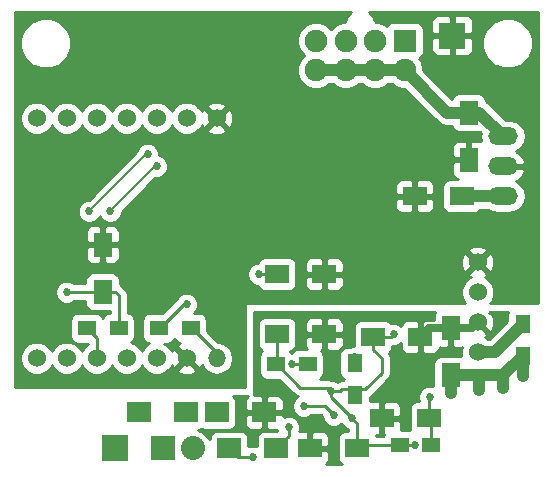
<source format=gbl>
G04 #@! TF.GenerationSoftware,KiCad,Pcbnew,(2016-12-18 revision 3ffa37c)-makepkg*
G04 #@! TF.CreationDate,2016-12-23T23:11:33-05:00*
G04 #@! TF.ProjectId,Energy_Meter,456E657267795F4D657465722E6B6963,rev?*
G04 #@! TF.FileFunction,Copper,L2,Bot,Signal*
G04 #@! TF.FilePolarity,Positive*
%FSLAX46Y46*%
G04 Gerber Fmt 4.6, Leading zero omitted, Abs format (unit mm)*
G04 Created by KiCad (PCBNEW (2016-12-18 revision 3ffa37c)-makepkg) date 12/23/16 23:11:33*
%MOMM*%
%LPD*%
G01*
G04 APERTURE LIST*
%ADD10C,0.100000*%
%ADD11R,2.235200X2.235200*%
%ADD12R,1.900000X1.900000*%
%ADD13C,1.900000*%
%ADD14R,2.000000X1.600000*%
%ADD15R,1.600000X2.000000*%
%ADD16R,2.032000X2.032000*%
%ADD17O,2.032000X2.032000*%
%ADD18R,1.500000X1.300000*%
%ADD19R,2.000000X1.700000*%
%ADD20R,1.300000X1.500000*%
%ADD21C,1.524000*%
%ADD22O,2.499360X1.501140*%
%ADD23O,1.524000X1.524000*%
%ADD24C,0.685800*%
%ADD25C,0.250000*%
%ADD26C,0.645160*%
%ADD27C,1.000000*%
%ADD28C,0.152400*%
%ADD29C,0.254000*%
G04 APERTURE END LIST*
D10*
D11*
X193167000Y-88519000D03*
D12*
X189150000Y-88940000D03*
D13*
X186650000Y-88940000D03*
X184150000Y-88940000D03*
X181650000Y-88940000D03*
X189150000Y-91440000D03*
X186650000Y-91440000D03*
X184150000Y-91440000D03*
X181650000Y-91440000D03*
D14*
X191230000Y-120904000D03*
X187230000Y-120904000D03*
X181134000Y-123444000D03*
X185134000Y-123444000D03*
D15*
X193040000Y-117284000D03*
X193040000Y-113284000D03*
D14*
X186468000Y-114046000D03*
X190468000Y-114046000D03*
X178340000Y-113792000D03*
X182340000Y-113792000D03*
X178340000Y-108712000D03*
X182340000Y-108712000D03*
D15*
X163576000Y-106204000D03*
X163576000Y-110204000D03*
X194564000Y-95028000D03*
X194564000Y-99028000D03*
D14*
X193992000Y-102108000D03*
X189992000Y-102108000D03*
D16*
X168656000Y-123444000D03*
D17*
X171196000Y-123444000D03*
D11*
X164592000Y-123444000D03*
D18*
X191422000Y-123190000D03*
X188722000Y-123190000D03*
D19*
X178276000Y-123444000D03*
X174276000Y-123444000D03*
D18*
X178228000Y-116332000D03*
X180928000Y-116332000D03*
D20*
X184912000Y-118952000D03*
X184912000Y-116252000D03*
D19*
X166656000Y-120396000D03*
X170656000Y-120396000D03*
X173260000Y-120396000D03*
X177260000Y-120396000D03*
D18*
X164926000Y-113284000D03*
X162226000Y-113284000D03*
X171022000Y-113284000D03*
X168322000Y-113284000D03*
D21*
X195326000Y-107696000D03*
X195326000Y-110236000D03*
X195326000Y-112776000D03*
X195326000Y-115316000D03*
D22*
X197485000Y-99568000D03*
X197485000Y-97028000D03*
X197485000Y-102108000D03*
D21*
X157988000Y-95504000D03*
X160528000Y-95504000D03*
X163068000Y-95504000D03*
X165608000Y-95504000D03*
X168148000Y-95504000D03*
X170688000Y-95504000D03*
X173228000Y-95504000D03*
D23*
X173228000Y-115824000D03*
D21*
X170688000Y-115824000D03*
X168148000Y-115824000D03*
X165608000Y-115824000D03*
X163068000Y-115824000D03*
X160528000Y-115824000D03*
X157988000Y-115824000D03*
D20*
X199136000Y-115650000D03*
X199136000Y-112950000D03*
D24*
X191262000Y-119126000D03*
X184404000Y-113792000D03*
X181134000Y-123444000D03*
X188468000Y-115062000D03*
X176276000Y-122682000D03*
X197485000Y-118364000D03*
X195453000Y-118491000D03*
X193040000Y-118745000D03*
X199136000Y-117348000D03*
X188208026Y-113807046D03*
X184658000Y-120904000D03*
X189992000Y-123190000D03*
X182880000Y-118618000D03*
X176784000Y-108712000D03*
X160528000Y-110236000D03*
X182372000Y-110236000D03*
X197104000Y-105156000D03*
X157480000Y-105156000D03*
X167386000Y-98552000D03*
X162433000Y-103378000D03*
X168148000Y-99568000D03*
X164211000Y-103378000D03*
X176276000Y-124206000D03*
X179324000Y-121666000D03*
X179578000Y-116332000D03*
X184912000Y-115744000D03*
X166656000Y-120396000D03*
X183134000Y-120650000D03*
X180594000Y-119888000D03*
X170656000Y-120396000D03*
X173260000Y-120396000D03*
X170688000Y-111252000D03*
D25*
X191230000Y-120904000D02*
X191230000Y-119158000D01*
X191230000Y-119158000D02*
X191262000Y-119126000D01*
X191422000Y-123190000D02*
X191422000Y-121096000D01*
X191422000Y-121096000D02*
X191230000Y-120904000D01*
D26*
X193040000Y-113284000D02*
X191230000Y-113284000D01*
X191230000Y-113284000D02*
X190468000Y-114046000D01*
X193040000Y-113284000D02*
X194818000Y-113284000D01*
X194818000Y-113284000D02*
X195326000Y-112776000D01*
D25*
X171196000Y-123444000D02*
X171450000Y-123444000D01*
X182372000Y-112268000D02*
X182372000Y-113760000D01*
X182372000Y-113760000D02*
X182340000Y-113792000D01*
D27*
X197502000Y-117284000D02*
X197502000Y-118347000D01*
X197502000Y-118347000D02*
X197485000Y-118364000D01*
X195453000Y-117284000D02*
X193040000Y-117284000D01*
X196024000Y-117284000D02*
X195453000Y-117284000D01*
X195453000Y-117284000D02*
X195453000Y-118491000D01*
X193040000Y-117284000D02*
X193040000Y-118745000D01*
X199136000Y-115650000D02*
X199136000Y-117348000D01*
X199136000Y-115650000D02*
X197502000Y-117284000D01*
X197502000Y-117284000D02*
X196024000Y-117284000D01*
D25*
X182880000Y-118618000D02*
X182580001Y-118318001D01*
X182580001Y-118318001D02*
X180314001Y-118318001D01*
X180314001Y-118318001D02*
X178328000Y-116332000D01*
X178328000Y-116332000D02*
X178228000Y-116332000D01*
X178340000Y-113792000D02*
X178340000Y-116220000D01*
X178340000Y-116220000D02*
X178228000Y-116332000D01*
X183642000Y-118618000D02*
X183816000Y-118444000D01*
X183816000Y-118444000D02*
X184912000Y-118444000D01*
X187198000Y-115826000D02*
X187198000Y-117058000D01*
X187198000Y-117058000D02*
X185812000Y-118444000D01*
X185812000Y-118444000D02*
X184912000Y-118444000D01*
X186468000Y-114046000D02*
X186468000Y-115096000D01*
X186468000Y-115096000D02*
X187198000Y-115826000D01*
X187969072Y-114046000D02*
X188208026Y-113807046D01*
X186468000Y-114046000D02*
X187969072Y-114046000D01*
X188722000Y-123190000D02*
X185388000Y-123190000D01*
X185388000Y-123190000D02*
X185134000Y-123444000D01*
X184658000Y-120904000D02*
X182880000Y-119126000D01*
X182880000Y-119126000D02*
X182880000Y-118618000D01*
X184658000Y-120904000D02*
X185134000Y-121380000D01*
X185134000Y-121380000D02*
X185134000Y-123444000D01*
X188722000Y-123190000D02*
X189992000Y-123190000D01*
X183642000Y-118618000D02*
X182880000Y-118618000D01*
X184912000Y-118344000D02*
X184912000Y-118444000D01*
X177900000Y-116332000D02*
X177800000Y-116332000D01*
X177800000Y-114332000D02*
X178340000Y-113792000D01*
X178308000Y-113760000D02*
X178340000Y-113792000D01*
X171022000Y-113284000D02*
X171122000Y-113284000D01*
X171122000Y-113284000D02*
X173228000Y-115390000D01*
X173228000Y-115390000D02*
X173228000Y-115824000D01*
X164926000Y-113284000D02*
X164926000Y-110504000D01*
X164926000Y-110504000D02*
X164626000Y-110204000D01*
D27*
X193992000Y-102108000D02*
X197485000Y-102108000D01*
D25*
X164626000Y-110204000D02*
X163576000Y-110204000D01*
X162116000Y-110204000D02*
X163576000Y-110204000D01*
X176784000Y-108712000D02*
X178340000Y-108712000D01*
X162084000Y-110236000D02*
X162116000Y-110204000D01*
X160528000Y-110236000D02*
X162084000Y-110236000D01*
X182372000Y-110236000D02*
X182372000Y-108744000D01*
X182372000Y-108744000D02*
X182340000Y-108712000D01*
D27*
X194564000Y-95028000D02*
X192738000Y-95028000D01*
X192738000Y-95028000D02*
X189150000Y-91440000D01*
X186650000Y-91440000D02*
X189150000Y-91440000D01*
X184150000Y-91440000D02*
X186650000Y-91440000D01*
X181650000Y-91440000D02*
X184150000Y-91440000D01*
X181610000Y-91480000D02*
X181650000Y-91440000D01*
X194564000Y-95028000D02*
X195485000Y-95028000D01*
X195485000Y-95028000D02*
X197485000Y-97028000D01*
X194564000Y-94828000D02*
X194564000Y-95028000D01*
D28*
X162433000Y-103378000D02*
X167259000Y-98552000D01*
X167259000Y-98552000D02*
X167386000Y-98552000D01*
X164211000Y-103378000D02*
X168021000Y-99568000D01*
X168021000Y-99568000D02*
X168148000Y-99568000D01*
D27*
X195326000Y-115316000D02*
X196770000Y-115316000D01*
X196770000Y-115316000D02*
X199136000Y-112950000D01*
D25*
X176276000Y-124206000D02*
X175038000Y-124206000D01*
X175038000Y-124206000D02*
X174276000Y-123444000D01*
X179324000Y-121666000D02*
X179324000Y-122396000D01*
X179324000Y-122396000D02*
X178276000Y-123444000D01*
X178276000Y-122714000D02*
X178276000Y-123444000D01*
X179578000Y-116332000D02*
X179832000Y-116332000D01*
X180500000Y-116332000D02*
X179832000Y-116332000D01*
X182372000Y-119888000D02*
X183134000Y-120650000D01*
X180594000Y-119888000D02*
X182372000Y-119888000D01*
X163068000Y-115824000D02*
X163068000Y-114126000D01*
X163068000Y-114126000D02*
X162226000Y-113284000D01*
X170454000Y-111252000D02*
X170688000Y-111252000D01*
X168322000Y-113284000D02*
X168422000Y-113284000D01*
X168422000Y-113284000D02*
X170454000Y-111252000D01*
D29*
G36*
X184311265Y-86871155D02*
X184115223Y-87343276D01*
X184115213Y-87354969D01*
X183836107Y-87354725D01*
X183253343Y-87595519D01*
X182899774Y-87948471D01*
X182549003Y-87597086D01*
X181966659Y-87355276D01*
X181336107Y-87354725D01*
X180753343Y-87595519D01*
X180307086Y-88040997D01*
X180065276Y-88623341D01*
X180064725Y-89253893D01*
X180305519Y-89836657D01*
X180658471Y-90190226D01*
X180307086Y-90540997D01*
X180065276Y-91123341D01*
X180064725Y-91753893D01*
X180305519Y-92336657D01*
X180750997Y-92782914D01*
X181333341Y-93024724D01*
X181963893Y-93025275D01*
X182546657Y-92784481D01*
X182756504Y-92575000D01*
X183043446Y-92575000D01*
X183250997Y-92782914D01*
X183833341Y-93024724D01*
X184463893Y-93025275D01*
X185046657Y-92784481D01*
X185256504Y-92575000D01*
X185543446Y-92575000D01*
X185750997Y-92782914D01*
X186333341Y-93024724D01*
X186963893Y-93025275D01*
X187546657Y-92784481D01*
X187756504Y-92575000D01*
X188043446Y-92575000D01*
X188250997Y-92782914D01*
X188833341Y-93024724D01*
X189129851Y-93024983D01*
X191935434Y-95830566D01*
X192303654Y-96076603D01*
X192738000Y-96163000D01*
X193143413Y-96163000D01*
X193165843Y-96275765D01*
X193306191Y-96485809D01*
X193516235Y-96626157D01*
X193764000Y-96675440D01*
X195364000Y-96675440D01*
X195500214Y-96648346D01*
X195615903Y-96764035D01*
X195563397Y-97028000D01*
X195649081Y-97458765D01*
X195490310Y-97393000D01*
X194849750Y-97393000D01*
X194691000Y-97551750D01*
X194691000Y-98901000D01*
X194711000Y-98901000D01*
X194711000Y-99155000D01*
X194691000Y-99155000D01*
X194691000Y-99175000D01*
X194437000Y-99175000D01*
X194437000Y-99155000D01*
X193287750Y-99155000D01*
X193129000Y-99313750D01*
X193129000Y-100154309D01*
X193225673Y-100387698D01*
X193404301Y-100566327D01*
X193631799Y-100660560D01*
X192992000Y-100660560D01*
X192744235Y-100709843D01*
X192534191Y-100850191D01*
X192393843Y-101060235D01*
X192344560Y-101308000D01*
X192344560Y-102908000D01*
X192393843Y-103155765D01*
X192534191Y-103365809D01*
X192744235Y-103506157D01*
X192992000Y-103555440D01*
X194992000Y-103555440D01*
X195239765Y-103506157D01*
X195449809Y-103365809D01*
X195531868Y-103243000D01*
X196201575Y-103243000D01*
X196418732Y-103388100D01*
X196948967Y-103493570D01*
X198021033Y-103493570D01*
X198551268Y-103388100D01*
X199000779Y-103087746D01*
X199301133Y-102638235D01*
X199406603Y-102108000D01*
X199301133Y-101577765D01*
X199000779Y-101128254D01*
X198551268Y-100827900D01*
X198541968Y-100826050D01*
X198631677Y-100799499D01*
X199053658Y-100457944D01*
X199312810Y-99980903D01*
X199326993Y-99909275D01*
X199204339Y-99695000D01*
X197612000Y-99695000D01*
X197612000Y-99715000D01*
X197358000Y-99715000D01*
X197358000Y-99695000D01*
X197338000Y-99695000D01*
X197338000Y-99441000D01*
X197358000Y-99441000D01*
X197358000Y-99421000D01*
X197612000Y-99421000D01*
X197612000Y-99441000D01*
X199204339Y-99441000D01*
X199326993Y-99226725D01*
X199312810Y-99155097D01*
X199053658Y-98678056D01*
X198631677Y-98336501D01*
X198541968Y-98309950D01*
X198551268Y-98308100D01*
X199000779Y-98007746D01*
X199301133Y-97558235D01*
X199406603Y-97028000D01*
X199301133Y-96497765D01*
X199000779Y-96048254D01*
X198551268Y-95747900D01*
X198021033Y-95642430D01*
X197704562Y-95642430D01*
X196287566Y-94225434D01*
X196133721Y-94122638D01*
X196011440Y-94040932D01*
X196011440Y-94028000D01*
X195962157Y-93780235D01*
X195821809Y-93570191D01*
X195611765Y-93429843D01*
X195364000Y-93380560D01*
X193764000Y-93380560D01*
X193516235Y-93429843D01*
X193306191Y-93570191D01*
X193165843Y-93780235D01*
X193154150Y-93839018D01*
X190735018Y-91419886D01*
X190735275Y-91126107D01*
X190494481Y-90543343D01*
X190402729Y-90451431D01*
X190557809Y-90347809D01*
X190698157Y-90137765D01*
X190747440Y-89890000D01*
X190747440Y-88804750D01*
X191414400Y-88804750D01*
X191414400Y-89762910D01*
X191511073Y-89996299D01*
X191689702Y-90174927D01*
X191923091Y-90271600D01*
X192881250Y-90271600D01*
X193040000Y-90112850D01*
X193040000Y-88646000D01*
X193294000Y-88646000D01*
X193294000Y-90112850D01*
X193452750Y-90271600D01*
X194410909Y-90271600D01*
X194644298Y-90174927D01*
X194822927Y-89996299D01*
X194919600Y-89762910D01*
X194919600Y-89576815D01*
X195730630Y-89576815D01*
X196054980Y-90361800D01*
X196655041Y-90962909D01*
X197439459Y-91288628D01*
X198288815Y-91289370D01*
X199073800Y-90965020D01*
X199674909Y-90364959D01*
X200000628Y-89580541D01*
X200001370Y-88731185D01*
X199677020Y-87946200D01*
X199076959Y-87345091D01*
X198292541Y-87019372D01*
X197443185Y-87018630D01*
X196658200Y-87342980D01*
X196057091Y-87943041D01*
X195731372Y-88727459D01*
X195730630Y-89576815D01*
X194919600Y-89576815D01*
X194919600Y-88804750D01*
X194760850Y-88646000D01*
X193294000Y-88646000D01*
X193040000Y-88646000D01*
X191573150Y-88646000D01*
X191414400Y-88804750D01*
X190747440Y-88804750D01*
X190747440Y-87990000D01*
X190698157Y-87742235D01*
X190557809Y-87532191D01*
X190347765Y-87391843D01*
X190100000Y-87342560D01*
X188200000Y-87342560D01*
X187952235Y-87391843D01*
X187742191Y-87532191D01*
X187638754Y-87686994D01*
X187549003Y-87597086D01*
X186966659Y-87355276D01*
X186685215Y-87355030D01*
X186685223Y-87345519D01*
X186656123Y-87275090D01*
X191414400Y-87275090D01*
X191414400Y-88233250D01*
X191573150Y-88392000D01*
X193040000Y-88392000D01*
X193040000Y-86925150D01*
X193294000Y-86925150D01*
X193294000Y-88392000D01*
X194760850Y-88392000D01*
X194919600Y-88233250D01*
X194919600Y-87275090D01*
X194822927Y-87041701D01*
X194644298Y-86863073D01*
X194410909Y-86766400D01*
X193452750Y-86766400D01*
X193294000Y-86925150D01*
X193040000Y-86925150D01*
X192881250Y-86766400D01*
X191923091Y-86766400D01*
X191689702Y-86863073D01*
X191511073Y-87041701D01*
X191414400Y-87275090D01*
X186656123Y-87275090D01*
X186490005Y-86873057D01*
X186154535Y-86537000D01*
X200483000Y-86537000D01*
X200483000Y-111125000D01*
X196412830Y-111125000D01*
X196509629Y-111028370D01*
X196722757Y-110515100D01*
X196723242Y-109959339D01*
X196511010Y-109445697D01*
X196118370Y-109052371D01*
X195926273Y-108972605D01*
X196057143Y-108918397D01*
X196126608Y-108676213D01*
X195326000Y-107875605D01*
X194525392Y-108676213D01*
X194594857Y-108918397D01*
X194735318Y-108968509D01*
X194535697Y-109050990D01*
X194142371Y-109443630D01*
X193929243Y-109956900D01*
X193928758Y-110512661D01*
X194140990Y-111026303D01*
X194239515Y-111125000D01*
X175768000Y-111125000D01*
X175719399Y-111134667D01*
X175678197Y-111162197D01*
X175650667Y-111203399D01*
X175641000Y-111252000D01*
X175641000Y-118237000D01*
X156133000Y-118237000D01*
X156133000Y-116100661D01*
X156590758Y-116100661D01*
X156802990Y-116614303D01*
X157195630Y-117007629D01*
X157708900Y-117220757D01*
X158264661Y-117221242D01*
X158778303Y-117009010D01*
X159171629Y-116616370D01*
X159257949Y-116408488D01*
X159342990Y-116614303D01*
X159735630Y-117007629D01*
X160248900Y-117220757D01*
X160804661Y-117221242D01*
X161318303Y-117009010D01*
X161711629Y-116616370D01*
X161797949Y-116408488D01*
X161882990Y-116614303D01*
X162275630Y-117007629D01*
X162788900Y-117220757D01*
X163344661Y-117221242D01*
X163858303Y-117009010D01*
X164251629Y-116616370D01*
X164337949Y-116408488D01*
X164422990Y-116614303D01*
X164815630Y-117007629D01*
X165328900Y-117220757D01*
X165884661Y-117221242D01*
X166398303Y-117009010D01*
X166791629Y-116616370D01*
X166877949Y-116408488D01*
X166962990Y-116614303D01*
X167355630Y-117007629D01*
X167868900Y-117220757D01*
X168424661Y-117221242D01*
X168938303Y-117009010D01*
X169143457Y-116804213D01*
X169887392Y-116804213D01*
X169956857Y-117046397D01*
X170480302Y-117233144D01*
X171035368Y-117205362D01*
X171419143Y-117046397D01*
X171488608Y-116804213D01*
X170688000Y-116003605D01*
X169887392Y-116804213D01*
X169143457Y-116804213D01*
X169331629Y-116616370D01*
X169411395Y-116424273D01*
X169465603Y-116555143D01*
X169707787Y-116624608D01*
X170508395Y-115824000D01*
X169707787Y-115023392D01*
X169465603Y-115092857D01*
X169415491Y-115233318D01*
X169333010Y-115033697D01*
X168940370Y-114640371D01*
X168798448Y-114581440D01*
X169072000Y-114581440D01*
X169319765Y-114532157D01*
X169529809Y-114391809D01*
X169670157Y-114181765D01*
X169672000Y-114172500D01*
X169673843Y-114181765D01*
X169814191Y-114391809D01*
X170024235Y-114532157D01*
X170091982Y-114545632D01*
X169956857Y-114601603D01*
X169887392Y-114843787D01*
X170688000Y-115644395D01*
X170702143Y-115630253D01*
X170881748Y-115809858D01*
X170867605Y-115824000D01*
X171668213Y-116624608D01*
X171910397Y-116555143D01*
X171955959Y-116427435D01*
X172212803Y-116811828D01*
X172666022Y-117114660D01*
X173200631Y-117221000D01*
X173255369Y-117221000D01*
X173789978Y-117114660D01*
X174243197Y-116811828D01*
X174546029Y-116358609D01*
X174652369Y-115824000D01*
X174546029Y-115289391D01*
X174243197Y-114836172D01*
X173789978Y-114533340D01*
X173360767Y-114447965D01*
X172419440Y-113506638D01*
X172419440Y-112634000D01*
X172370157Y-112386235D01*
X172229809Y-112176191D01*
X172019765Y-112035843D01*
X171772000Y-111986560D01*
X171336325Y-111986560D01*
X171516540Y-111806659D01*
X171665730Y-111447370D01*
X171666069Y-111058337D01*
X171517507Y-110698788D01*
X171242659Y-110423460D01*
X170883370Y-110274270D01*
X170494337Y-110273931D01*
X170134788Y-110422493D01*
X169859460Y-110697341D01*
X169806631Y-110824567D01*
X168644638Y-111986560D01*
X167572000Y-111986560D01*
X167324235Y-112035843D01*
X167114191Y-112176191D01*
X166973843Y-112386235D01*
X166924560Y-112634000D01*
X166924560Y-113934000D01*
X166973843Y-114181765D01*
X167114191Y-114391809D01*
X167324235Y-114532157D01*
X167521358Y-114571367D01*
X167357697Y-114638990D01*
X166964371Y-115031630D01*
X166878051Y-115239512D01*
X166793010Y-115033697D01*
X166400370Y-114640371D01*
X166006549Y-114476842D01*
X166133809Y-114391809D01*
X166274157Y-114181765D01*
X166323440Y-113934000D01*
X166323440Y-112634000D01*
X166274157Y-112386235D01*
X166133809Y-112176191D01*
X165923765Y-112035843D01*
X165686000Y-111988549D01*
X165686000Y-110504000D01*
X165628148Y-110213161D01*
X165463401Y-109966599D01*
X165163401Y-109666599D01*
X165023440Y-109573080D01*
X165023440Y-109204000D01*
X164974157Y-108956235D01*
X164940366Y-108905663D01*
X175805931Y-108905663D01*
X175954493Y-109265212D01*
X176229341Y-109540540D01*
X176588630Y-109689730D01*
X176727936Y-109689851D01*
X176741843Y-109759765D01*
X176882191Y-109969809D01*
X177092235Y-110110157D01*
X177340000Y-110159440D01*
X179340000Y-110159440D01*
X179587765Y-110110157D01*
X179797809Y-109969809D01*
X179938157Y-109759765D01*
X179987440Y-109512000D01*
X179987440Y-108997750D01*
X180705000Y-108997750D01*
X180705000Y-109638310D01*
X180801673Y-109871699D01*
X180980302Y-110050327D01*
X181213691Y-110147000D01*
X182054250Y-110147000D01*
X182213000Y-109988250D01*
X182213000Y-108839000D01*
X182467000Y-108839000D01*
X182467000Y-109988250D01*
X182625750Y-110147000D01*
X183466309Y-110147000D01*
X183699698Y-110050327D01*
X183878327Y-109871699D01*
X183975000Y-109638310D01*
X183975000Y-108997750D01*
X183816250Y-108839000D01*
X182467000Y-108839000D01*
X182213000Y-108839000D01*
X180863750Y-108839000D01*
X180705000Y-108997750D01*
X179987440Y-108997750D01*
X179987440Y-107912000D01*
X179962316Y-107785690D01*
X180705000Y-107785690D01*
X180705000Y-108426250D01*
X180863750Y-108585000D01*
X182213000Y-108585000D01*
X182213000Y-107435750D01*
X182467000Y-107435750D01*
X182467000Y-108585000D01*
X183816250Y-108585000D01*
X183975000Y-108426250D01*
X183975000Y-107785690D01*
X183878327Y-107552301D01*
X183814328Y-107488302D01*
X193916856Y-107488302D01*
X193944638Y-108043368D01*
X194103603Y-108427143D01*
X194345787Y-108496608D01*
X195146395Y-107696000D01*
X195505605Y-107696000D01*
X196306213Y-108496608D01*
X196548397Y-108427143D01*
X196735144Y-107903698D01*
X196707362Y-107348632D01*
X196548397Y-106964857D01*
X196306213Y-106895392D01*
X195505605Y-107696000D01*
X195146395Y-107696000D01*
X194345787Y-106895392D01*
X194103603Y-106964857D01*
X193916856Y-107488302D01*
X183814328Y-107488302D01*
X183699698Y-107373673D01*
X183466309Y-107277000D01*
X182625750Y-107277000D01*
X182467000Y-107435750D01*
X182213000Y-107435750D01*
X182054250Y-107277000D01*
X181213691Y-107277000D01*
X180980302Y-107373673D01*
X180801673Y-107552301D01*
X180705000Y-107785690D01*
X179962316Y-107785690D01*
X179938157Y-107664235D01*
X179797809Y-107454191D01*
X179587765Y-107313843D01*
X179340000Y-107264560D01*
X177340000Y-107264560D01*
X177092235Y-107313843D01*
X176882191Y-107454191D01*
X176741843Y-107664235D01*
X176727956Y-107734051D01*
X176590337Y-107733931D01*
X176230788Y-107882493D01*
X175955460Y-108157341D01*
X175806270Y-108516630D01*
X175805931Y-108905663D01*
X164940366Y-108905663D01*
X164833809Y-108746191D01*
X164623765Y-108605843D01*
X164376000Y-108556560D01*
X162776000Y-108556560D01*
X162528235Y-108605843D01*
X162318191Y-108746191D01*
X162177843Y-108956235D01*
X162128560Y-109204000D01*
X162128560Y-109444000D01*
X162116000Y-109444000D01*
X161955127Y-109476000D01*
X161151080Y-109476000D01*
X161082659Y-109407460D01*
X160723370Y-109258270D01*
X160334337Y-109257931D01*
X159974788Y-109406493D01*
X159699460Y-109681341D01*
X159550270Y-110040630D01*
X159549931Y-110429663D01*
X159698493Y-110789212D01*
X159973341Y-111064540D01*
X160332630Y-111213730D01*
X160721663Y-111214069D01*
X161081212Y-111065507D01*
X161150840Y-110996000D01*
X162084000Y-110996000D01*
X162128560Y-110987136D01*
X162128560Y-111204000D01*
X162177843Y-111451765D01*
X162318191Y-111661809D01*
X162528235Y-111802157D01*
X162776000Y-111851440D01*
X164166000Y-111851440D01*
X164166000Y-111988549D01*
X163928235Y-112035843D01*
X163718191Y-112176191D01*
X163577843Y-112386235D01*
X163576000Y-112395500D01*
X163574157Y-112386235D01*
X163433809Y-112176191D01*
X163223765Y-112035843D01*
X162976000Y-111986560D01*
X161476000Y-111986560D01*
X161228235Y-112035843D01*
X161018191Y-112176191D01*
X160877843Y-112386235D01*
X160828560Y-112634000D01*
X160828560Y-113934000D01*
X160877843Y-114181765D01*
X161018191Y-114391809D01*
X161228235Y-114532157D01*
X161476000Y-114581440D01*
X162308000Y-114581440D01*
X162308000Y-114626469D01*
X162277697Y-114638990D01*
X161884371Y-115031630D01*
X161798051Y-115239512D01*
X161713010Y-115033697D01*
X161320370Y-114640371D01*
X160807100Y-114427243D01*
X160251339Y-114426758D01*
X159737697Y-114638990D01*
X159344371Y-115031630D01*
X159258051Y-115239512D01*
X159173010Y-115033697D01*
X158780370Y-114640371D01*
X158267100Y-114427243D01*
X157711339Y-114426758D01*
X157197697Y-114638990D01*
X156804371Y-115031630D01*
X156591243Y-115544900D01*
X156590758Y-116100661D01*
X156133000Y-116100661D01*
X156133000Y-106489750D01*
X162141000Y-106489750D01*
X162141000Y-107330309D01*
X162237673Y-107563698D01*
X162416301Y-107742327D01*
X162649690Y-107839000D01*
X163290250Y-107839000D01*
X163449000Y-107680250D01*
X163449000Y-106331000D01*
X163703000Y-106331000D01*
X163703000Y-107680250D01*
X163861750Y-107839000D01*
X164502310Y-107839000D01*
X164735699Y-107742327D01*
X164914327Y-107563698D01*
X165011000Y-107330309D01*
X165011000Y-106715787D01*
X194525392Y-106715787D01*
X195326000Y-107516395D01*
X196126608Y-106715787D01*
X196057143Y-106473603D01*
X195533698Y-106286856D01*
X194978632Y-106314638D01*
X194594857Y-106473603D01*
X194525392Y-106715787D01*
X165011000Y-106715787D01*
X165011000Y-106489750D01*
X164852250Y-106331000D01*
X163703000Y-106331000D01*
X163449000Y-106331000D01*
X162299750Y-106331000D01*
X162141000Y-106489750D01*
X156133000Y-106489750D01*
X156133000Y-105077691D01*
X162141000Y-105077691D01*
X162141000Y-105918250D01*
X162299750Y-106077000D01*
X163449000Y-106077000D01*
X163449000Y-104727750D01*
X163703000Y-104727750D01*
X163703000Y-106077000D01*
X164852250Y-106077000D01*
X165011000Y-105918250D01*
X165011000Y-105077691D01*
X164914327Y-104844302D01*
X164735699Y-104665673D01*
X164502310Y-104569000D01*
X163861750Y-104569000D01*
X163703000Y-104727750D01*
X163449000Y-104727750D01*
X163290250Y-104569000D01*
X162649690Y-104569000D01*
X162416301Y-104665673D01*
X162237673Y-104844302D01*
X162141000Y-105077691D01*
X156133000Y-105077691D01*
X156133000Y-103571663D01*
X161454931Y-103571663D01*
X161603493Y-103931212D01*
X161878341Y-104206540D01*
X162237630Y-104355730D01*
X162626663Y-104356069D01*
X162986212Y-104207507D01*
X163261540Y-103932659D01*
X163321964Y-103787141D01*
X163381493Y-103931212D01*
X163656341Y-104206540D01*
X164015630Y-104355730D01*
X164404663Y-104356069D01*
X164764212Y-104207507D01*
X165039540Y-103932659D01*
X165188730Y-103573370D01*
X165188876Y-103405912D01*
X166201038Y-102393750D01*
X188357000Y-102393750D01*
X188357000Y-103034310D01*
X188453673Y-103267699D01*
X188632302Y-103446327D01*
X188865691Y-103543000D01*
X189706250Y-103543000D01*
X189865000Y-103384250D01*
X189865000Y-102235000D01*
X190119000Y-102235000D01*
X190119000Y-103384250D01*
X190277750Y-103543000D01*
X191118309Y-103543000D01*
X191351698Y-103446327D01*
X191530327Y-103267699D01*
X191627000Y-103034310D01*
X191627000Y-102393750D01*
X191468250Y-102235000D01*
X190119000Y-102235000D01*
X189865000Y-102235000D01*
X188515750Y-102235000D01*
X188357000Y-102393750D01*
X166201038Y-102393750D01*
X167413098Y-101181690D01*
X188357000Y-101181690D01*
X188357000Y-101822250D01*
X188515750Y-101981000D01*
X189865000Y-101981000D01*
X189865000Y-100831750D01*
X190119000Y-100831750D01*
X190119000Y-101981000D01*
X191468250Y-101981000D01*
X191627000Y-101822250D01*
X191627000Y-101181690D01*
X191530327Y-100948301D01*
X191351698Y-100769673D01*
X191118309Y-100673000D01*
X190277750Y-100673000D01*
X190119000Y-100831750D01*
X189865000Y-100831750D01*
X189706250Y-100673000D01*
X188865691Y-100673000D01*
X188632302Y-100769673D01*
X188453673Y-100948301D01*
X188357000Y-101181690D01*
X167413098Y-101181690D01*
X168048975Y-100545814D01*
X168341663Y-100546069D01*
X168701212Y-100397507D01*
X168976540Y-100122659D01*
X169125730Y-99763370D01*
X169126069Y-99374337D01*
X168977507Y-99014788D01*
X168702659Y-98739460D01*
X168363859Y-98598778D01*
X168364069Y-98358337D01*
X168215507Y-97998788D01*
X168118580Y-97901691D01*
X193129000Y-97901691D01*
X193129000Y-98742250D01*
X193287750Y-98901000D01*
X194437000Y-98901000D01*
X194437000Y-97551750D01*
X194278250Y-97393000D01*
X193637690Y-97393000D01*
X193404301Y-97489673D01*
X193225673Y-97668302D01*
X193129000Y-97901691D01*
X168118580Y-97901691D01*
X167940659Y-97723460D01*
X167581370Y-97574270D01*
X167192337Y-97573931D01*
X166832788Y-97722493D01*
X166557460Y-97997341D01*
X166408270Y-98356630D01*
X166408235Y-98396976D01*
X162405136Y-102400075D01*
X162239337Y-102399931D01*
X161879788Y-102548493D01*
X161604460Y-102823341D01*
X161455270Y-103182630D01*
X161454931Y-103571663D01*
X156133000Y-103571663D01*
X156133000Y-95780661D01*
X156590758Y-95780661D01*
X156802990Y-96294303D01*
X157195630Y-96687629D01*
X157708900Y-96900757D01*
X158264661Y-96901242D01*
X158778303Y-96689010D01*
X159171629Y-96296370D01*
X159257949Y-96088488D01*
X159342990Y-96294303D01*
X159735630Y-96687629D01*
X160248900Y-96900757D01*
X160804661Y-96901242D01*
X161318303Y-96689010D01*
X161711629Y-96296370D01*
X161797949Y-96088488D01*
X161882990Y-96294303D01*
X162275630Y-96687629D01*
X162788900Y-96900757D01*
X163344661Y-96901242D01*
X163858303Y-96689010D01*
X164251629Y-96296370D01*
X164337949Y-96088488D01*
X164422990Y-96294303D01*
X164815630Y-96687629D01*
X165328900Y-96900757D01*
X165884661Y-96901242D01*
X166398303Y-96689010D01*
X166791629Y-96296370D01*
X166877949Y-96088488D01*
X166962990Y-96294303D01*
X167355630Y-96687629D01*
X167868900Y-96900757D01*
X168424661Y-96901242D01*
X168938303Y-96689010D01*
X169331629Y-96296370D01*
X169417949Y-96088488D01*
X169502990Y-96294303D01*
X169895630Y-96687629D01*
X170408900Y-96900757D01*
X170964661Y-96901242D01*
X171478303Y-96689010D01*
X171683457Y-96484213D01*
X172427392Y-96484213D01*
X172496857Y-96726397D01*
X173020302Y-96913144D01*
X173575368Y-96885362D01*
X173959143Y-96726397D01*
X174028608Y-96484213D01*
X173228000Y-95683605D01*
X172427392Y-96484213D01*
X171683457Y-96484213D01*
X171871629Y-96296370D01*
X171951395Y-96104273D01*
X172005603Y-96235143D01*
X172247787Y-96304608D01*
X173048395Y-95504000D01*
X173407605Y-95504000D01*
X174208213Y-96304608D01*
X174450397Y-96235143D01*
X174637144Y-95711698D01*
X174609362Y-95156632D01*
X174450397Y-94772857D01*
X174208213Y-94703392D01*
X173407605Y-95504000D01*
X173048395Y-95504000D01*
X172247787Y-94703392D01*
X172005603Y-94772857D01*
X171955491Y-94913318D01*
X171873010Y-94713697D01*
X171683432Y-94523787D01*
X172427392Y-94523787D01*
X173228000Y-95324395D01*
X174028608Y-94523787D01*
X173959143Y-94281603D01*
X173435698Y-94094856D01*
X172880632Y-94122638D01*
X172496857Y-94281603D01*
X172427392Y-94523787D01*
X171683432Y-94523787D01*
X171480370Y-94320371D01*
X170967100Y-94107243D01*
X170411339Y-94106758D01*
X169897697Y-94318990D01*
X169504371Y-94711630D01*
X169418051Y-94919512D01*
X169333010Y-94713697D01*
X168940370Y-94320371D01*
X168427100Y-94107243D01*
X167871339Y-94106758D01*
X167357697Y-94318990D01*
X166964371Y-94711630D01*
X166878051Y-94919512D01*
X166793010Y-94713697D01*
X166400370Y-94320371D01*
X165887100Y-94107243D01*
X165331339Y-94106758D01*
X164817697Y-94318990D01*
X164424371Y-94711630D01*
X164338051Y-94919512D01*
X164253010Y-94713697D01*
X163860370Y-94320371D01*
X163347100Y-94107243D01*
X162791339Y-94106758D01*
X162277697Y-94318990D01*
X161884371Y-94711630D01*
X161798051Y-94919512D01*
X161713010Y-94713697D01*
X161320370Y-94320371D01*
X160807100Y-94107243D01*
X160251339Y-94106758D01*
X159737697Y-94318990D01*
X159344371Y-94711630D01*
X159258051Y-94919512D01*
X159173010Y-94713697D01*
X158780370Y-94320371D01*
X158267100Y-94107243D01*
X157711339Y-94106758D01*
X157197697Y-94318990D01*
X156804371Y-94711630D01*
X156591243Y-95224900D01*
X156590758Y-95780661D01*
X156133000Y-95780661D01*
X156133000Y-89576815D01*
X156614630Y-89576815D01*
X156938980Y-90361800D01*
X157539041Y-90962909D01*
X158323459Y-91288628D01*
X159172815Y-91289370D01*
X159957800Y-90965020D01*
X160558909Y-90364959D01*
X160884628Y-89580541D01*
X160885370Y-88731185D01*
X160561020Y-87946200D01*
X159960959Y-87345091D01*
X159176541Y-87019372D01*
X158327185Y-87018630D01*
X157542200Y-87342980D01*
X156941091Y-87943041D01*
X156615372Y-88727459D01*
X156614630Y-89576815D01*
X156133000Y-89576815D01*
X156133000Y-86537000D01*
X184646005Y-86537000D01*
X184311265Y-86871155D01*
X184311265Y-86871155D01*
G37*
X184311265Y-86871155D02*
X184115223Y-87343276D01*
X184115213Y-87354969D01*
X183836107Y-87354725D01*
X183253343Y-87595519D01*
X182899774Y-87948471D01*
X182549003Y-87597086D01*
X181966659Y-87355276D01*
X181336107Y-87354725D01*
X180753343Y-87595519D01*
X180307086Y-88040997D01*
X180065276Y-88623341D01*
X180064725Y-89253893D01*
X180305519Y-89836657D01*
X180658471Y-90190226D01*
X180307086Y-90540997D01*
X180065276Y-91123341D01*
X180064725Y-91753893D01*
X180305519Y-92336657D01*
X180750997Y-92782914D01*
X181333341Y-93024724D01*
X181963893Y-93025275D01*
X182546657Y-92784481D01*
X182756504Y-92575000D01*
X183043446Y-92575000D01*
X183250997Y-92782914D01*
X183833341Y-93024724D01*
X184463893Y-93025275D01*
X185046657Y-92784481D01*
X185256504Y-92575000D01*
X185543446Y-92575000D01*
X185750997Y-92782914D01*
X186333341Y-93024724D01*
X186963893Y-93025275D01*
X187546657Y-92784481D01*
X187756504Y-92575000D01*
X188043446Y-92575000D01*
X188250997Y-92782914D01*
X188833341Y-93024724D01*
X189129851Y-93024983D01*
X191935434Y-95830566D01*
X192303654Y-96076603D01*
X192738000Y-96163000D01*
X193143413Y-96163000D01*
X193165843Y-96275765D01*
X193306191Y-96485809D01*
X193516235Y-96626157D01*
X193764000Y-96675440D01*
X195364000Y-96675440D01*
X195500214Y-96648346D01*
X195615903Y-96764035D01*
X195563397Y-97028000D01*
X195649081Y-97458765D01*
X195490310Y-97393000D01*
X194849750Y-97393000D01*
X194691000Y-97551750D01*
X194691000Y-98901000D01*
X194711000Y-98901000D01*
X194711000Y-99155000D01*
X194691000Y-99155000D01*
X194691000Y-99175000D01*
X194437000Y-99175000D01*
X194437000Y-99155000D01*
X193287750Y-99155000D01*
X193129000Y-99313750D01*
X193129000Y-100154309D01*
X193225673Y-100387698D01*
X193404301Y-100566327D01*
X193631799Y-100660560D01*
X192992000Y-100660560D01*
X192744235Y-100709843D01*
X192534191Y-100850191D01*
X192393843Y-101060235D01*
X192344560Y-101308000D01*
X192344560Y-102908000D01*
X192393843Y-103155765D01*
X192534191Y-103365809D01*
X192744235Y-103506157D01*
X192992000Y-103555440D01*
X194992000Y-103555440D01*
X195239765Y-103506157D01*
X195449809Y-103365809D01*
X195531868Y-103243000D01*
X196201575Y-103243000D01*
X196418732Y-103388100D01*
X196948967Y-103493570D01*
X198021033Y-103493570D01*
X198551268Y-103388100D01*
X199000779Y-103087746D01*
X199301133Y-102638235D01*
X199406603Y-102108000D01*
X199301133Y-101577765D01*
X199000779Y-101128254D01*
X198551268Y-100827900D01*
X198541968Y-100826050D01*
X198631677Y-100799499D01*
X199053658Y-100457944D01*
X199312810Y-99980903D01*
X199326993Y-99909275D01*
X199204339Y-99695000D01*
X197612000Y-99695000D01*
X197612000Y-99715000D01*
X197358000Y-99715000D01*
X197358000Y-99695000D01*
X197338000Y-99695000D01*
X197338000Y-99441000D01*
X197358000Y-99441000D01*
X197358000Y-99421000D01*
X197612000Y-99421000D01*
X197612000Y-99441000D01*
X199204339Y-99441000D01*
X199326993Y-99226725D01*
X199312810Y-99155097D01*
X199053658Y-98678056D01*
X198631677Y-98336501D01*
X198541968Y-98309950D01*
X198551268Y-98308100D01*
X199000779Y-98007746D01*
X199301133Y-97558235D01*
X199406603Y-97028000D01*
X199301133Y-96497765D01*
X199000779Y-96048254D01*
X198551268Y-95747900D01*
X198021033Y-95642430D01*
X197704562Y-95642430D01*
X196287566Y-94225434D01*
X196133721Y-94122638D01*
X196011440Y-94040932D01*
X196011440Y-94028000D01*
X195962157Y-93780235D01*
X195821809Y-93570191D01*
X195611765Y-93429843D01*
X195364000Y-93380560D01*
X193764000Y-93380560D01*
X193516235Y-93429843D01*
X193306191Y-93570191D01*
X193165843Y-93780235D01*
X193154150Y-93839018D01*
X190735018Y-91419886D01*
X190735275Y-91126107D01*
X190494481Y-90543343D01*
X190402729Y-90451431D01*
X190557809Y-90347809D01*
X190698157Y-90137765D01*
X190747440Y-89890000D01*
X190747440Y-88804750D01*
X191414400Y-88804750D01*
X191414400Y-89762910D01*
X191511073Y-89996299D01*
X191689702Y-90174927D01*
X191923091Y-90271600D01*
X192881250Y-90271600D01*
X193040000Y-90112850D01*
X193040000Y-88646000D01*
X193294000Y-88646000D01*
X193294000Y-90112850D01*
X193452750Y-90271600D01*
X194410909Y-90271600D01*
X194644298Y-90174927D01*
X194822927Y-89996299D01*
X194919600Y-89762910D01*
X194919600Y-89576815D01*
X195730630Y-89576815D01*
X196054980Y-90361800D01*
X196655041Y-90962909D01*
X197439459Y-91288628D01*
X198288815Y-91289370D01*
X199073800Y-90965020D01*
X199674909Y-90364959D01*
X200000628Y-89580541D01*
X200001370Y-88731185D01*
X199677020Y-87946200D01*
X199076959Y-87345091D01*
X198292541Y-87019372D01*
X197443185Y-87018630D01*
X196658200Y-87342980D01*
X196057091Y-87943041D01*
X195731372Y-88727459D01*
X195730630Y-89576815D01*
X194919600Y-89576815D01*
X194919600Y-88804750D01*
X194760850Y-88646000D01*
X193294000Y-88646000D01*
X193040000Y-88646000D01*
X191573150Y-88646000D01*
X191414400Y-88804750D01*
X190747440Y-88804750D01*
X190747440Y-87990000D01*
X190698157Y-87742235D01*
X190557809Y-87532191D01*
X190347765Y-87391843D01*
X190100000Y-87342560D01*
X188200000Y-87342560D01*
X187952235Y-87391843D01*
X187742191Y-87532191D01*
X187638754Y-87686994D01*
X187549003Y-87597086D01*
X186966659Y-87355276D01*
X186685215Y-87355030D01*
X186685223Y-87345519D01*
X186656123Y-87275090D01*
X191414400Y-87275090D01*
X191414400Y-88233250D01*
X191573150Y-88392000D01*
X193040000Y-88392000D01*
X193040000Y-86925150D01*
X193294000Y-86925150D01*
X193294000Y-88392000D01*
X194760850Y-88392000D01*
X194919600Y-88233250D01*
X194919600Y-87275090D01*
X194822927Y-87041701D01*
X194644298Y-86863073D01*
X194410909Y-86766400D01*
X193452750Y-86766400D01*
X193294000Y-86925150D01*
X193040000Y-86925150D01*
X192881250Y-86766400D01*
X191923091Y-86766400D01*
X191689702Y-86863073D01*
X191511073Y-87041701D01*
X191414400Y-87275090D01*
X186656123Y-87275090D01*
X186490005Y-86873057D01*
X186154535Y-86537000D01*
X200483000Y-86537000D01*
X200483000Y-111125000D01*
X196412830Y-111125000D01*
X196509629Y-111028370D01*
X196722757Y-110515100D01*
X196723242Y-109959339D01*
X196511010Y-109445697D01*
X196118370Y-109052371D01*
X195926273Y-108972605D01*
X196057143Y-108918397D01*
X196126608Y-108676213D01*
X195326000Y-107875605D01*
X194525392Y-108676213D01*
X194594857Y-108918397D01*
X194735318Y-108968509D01*
X194535697Y-109050990D01*
X194142371Y-109443630D01*
X193929243Y-109956900D01*
X193928758Y-110512661D01*
X194140990Y-111026303D01*
X194239515Y-111125000D01*
X175768000Y-111125000D01*
X175719399Y-111134667D01*
X175678197Y-111162197D01*
X175650667Y-111203399D01*
X175641000Y-111252000D01*
X175641000Y-118237000D01*
X156133000Y-118237000D01*
X156133000Y-116100661D01*
X156590758Y-116100661D01*
X156802990Y-116614303D01*
X157195630Y-117007629D01*
X157708900Y-117220757D01*
X158264661Y-117221242D01*
X158778303Y-117009010D01*
X159171629Y-116616370D01*
X159257949Y-116408488D01*
X159342990Y-116614303D01*
X159735630Y-117007629D01*
X160248900Y-117220757D01*
X160804661Y-117221242D01*
X161318303Y-117009010D01*
X161711629Y-116616370D01*
X161797949Y-116408488D01*
X161882990Y-116614303D01*
X162275630Y-117007629D01*
X162788900Y-117220757D01*
X163344661Y-117221242D01*
X163858303Y-117009010D01*
X164251629Y-116616370D01*
X164337949Y-116408488D01*
X164422990Y-116614303D01*
X164815630Y-117007629D01*
X165328900Y-117220757D01*
X165884661Y-117221242D01*
X166398303Y-117009010D01*
X166791629Y-116616370D01*
X166877949Y-116408488D01*
X166962990Y-116614303D01*
X167355630Y-117007629D01*
X167868900Y-117220757D01*
X168424661Y-117221242D01*
X168938303Y-117009010D01*
X169143457Y-116804213D01*
X169887392Y-116804213D01*
X169956857Y-117046397D01*
X170480302Y-117233144D01*
X171035368Y-117205362D01*
X171419143Y-117046397D01*
X171488608Y-116804213D01*
X170688000Y-116003605D01*
X169887392Y-116804213D01*
X169143457Y-116804213D01*
X169331629Y-116616370D01*
X169411395Y-116424273D01*
X169465603Y-116555143D01*
X169707787Y-116624608D01*
X170508395Y-115824000D01*
X169707787Y-115023392D01*
X169465603Y-115092857D01*
X169415491Y-115233318D01*
X169333010Y-115033697D01*
X168940370Y-114640371D01*
X168798448Y-114581440D01*
X169072000Y-114581440D01*
X169319765Y-114532157D01*
X169529809Y-114391809D01*
X169670157Y-114181765D01*
X169672000Y-114172500D01*
X169673843Y-114181765D01*
X169814191Y-114391809D01*
X170024235Y-114532157D01*
X170091982Y-114545632D01*
X169956857Y-114601603D01*
X169887392Y-114843787D01*
X170688000Y-115644395D01*
X170702143Y-115630253D01*
X170881748Y-115809858D01*
X170867605Y-115824000D01*
X171668213Y-116624608D01*
X171910397Y-116555143D01*
X171955959Y-116427435D01*
X172212803Y-116811828D01*
X172666022Y-117114660D01*
X173200631Y-117221000D01*
X173255369Y-117221000D01*
X173789978Y-117114660D01*
X174243197Y-116811828D01*
X174546029Y-116358609D01*
X174652369Y-115824000D01*
X174546029Y-115289391D01*
X174243197Y-114836172D01*
X173789978Y-114533340D01*
X173360767Y-114447965D01*
X172419440Y-113506638D01*
X172419440Y-112634000D01*
X172370157Y-112386235D01*
X172229809Y-112176191D01*
X172019765Y-112035843D01*
X171772000Y-111986560D01*
X171336325Y-111986560D01*
X171516540Y-111806659D01*
X171665730Y-111447370D01*
X171666069Y-111058337D01*
X171517507Y-110698788D01*
X171242659Y-110423460D01*
X170883370Y-110274270D01*
X170494337Y-110273931D01*
X170134788Y-110422493D01*
X169859460Y-110697341D01*
X169806631Y-110824567D01*
X168644638Y-111986560D01*
X167572000Y-111986560D01*
X167324235Y-112035843D01*
X167114191Y-112176191D01*
X166973843Y-112386235D01*
X166924560Y-112634000D01*
X166924560Y-113934000D01*
X166973843Y-114181765D01*
X167114191Y-114391809D01*
X167324235Y-114532157D01*
X167521358Y-114571367D01*
X167357697Y-114638990D01*
X166964371Y-115031630D01*
X166878051Y-115239512D01*
X166793010Y-115033697D01*
X166400370Y-114640371D01*
X166006549Y-114476842D01*
X166133809Y-114391809D01*
X166274157Y-114181765D01*
X166323440Y-113934000D01*
X166323440Y-112634000D01*
X166274157Y-112386235D01*
X166133809Y-112176191D01*
X165923765Y-112035843D01*
X165686000Y-111988549D01*
X165686000Y-110504000D01*
X165628148Y-110213161D01*
X165463401Y-109966599D01*
X165163401Y-109666599D01*
X165023440Y-109573080D01*
X165023440Y-109204000D01*
X164974157Y-108956235D01*
X164940366Y-108905663D01*
X175805931Y-108905663D01*
X175954493Y-109265212D01*
X176229341Y-109540540D01*
X176588630Y-109689730D01*
X176727936Y-109689851D01*
X176741843Y-109759765D01*
X176882191Y-109969809D01*
X177092235Y-110110157D01*
X177340000Y-110159440D01*
X179340000Y-110159440D01*
X179587765Y-110110157D01*
X179797809Y-109969809D01*
X179938157Y-109759765D01*
X179987440Y-109512000D01*
X179987440Y-108997750D01*
X180705000Y-108997750D01*
X180705000Y-109638310D01*
X180801673Y-109871699D01*
X180980302Y-110050327D01*
X181213691Y-110147000D01*
X182054250Y-110147000D01*
X182213000Y-109988250D01*
X182213000Y-108839000D01*
X182467000Y-108839000D01*
X182467000Y-109988250D01*
X182625750Y-110147000D01*
X183466309Y-110147000D01*
X183699698Y-110050327D01*
X183878327Y-109871699D01*
X183975000Y-109638310D01*
X183975000Y-108997750D01*
X183816250Y-108839000D01*
X182467000Y-108839000D01*
X182213000Y-108839000D01*
X180863750Y-108839000D01*
X180705000Y-108997750D01*
X179987440Y-108997750D01*
X179987440Y-107912000D01*
X179962316Y-107785690D01*
X180705000Y-107785690D01*
X180705000Y-108426250D01*
X180863750Y-108585000D01*
X182213000Y-108585000D01*
X182213000Y-107435750D01*
X182467000Y-107435750D01*
X182467000Y-108585000D01*
X183816250Y-108585000D01*
X183975000Y-108426250D01*
X183975000Y-107785690D01*
X183878327Y-107552301D01*
X183814328Y-107488302D01*
X193916856Y-107488302D01*
X193944638Y-108043368D01*
X194103603Y-108427143D01*
X194345787Y-108496608D01*
X195146395Y-107696000D01*
X195505605Y-107696000D01*
X196306213Y-108496608D01*
X196548397Y-108427143D01*
X196735144Y-107903698D01*
X196707362Y-107348632D01*
X196548397Y-106964857D01*
X196306213Y-106895392D01*
X195505605Y-107696000D01*
X195146395Y-107696000D01*
X194345787Y-106895392D01*
X194103603Y-106964857D01*
X193916856Y-107488302D01*
X183814328Y-107488302D01*
X183699698Y-107373673D01*
X183466309Y-107277000D01*
X182625750Y-107277000D01*
X182467000Y-107435750D01*
X182213000Y-107435750D01*
X182054250Y-107277000D01*
X181213691Y-107277000D01*
X180980302Y-107373673D01*
X180801673Y-107552301D01*
X180705000Y-107785690D01*
X179962316Y-107785690D01*
X179938157Y-107664235D01*
X179797809Y-107454191D01*
X179587765Y-107313843D01*
X179340000Y-107264560D01*
X177340000Y-107264560D01*
X177092235Y-107313843D01*
X176882191Y-107454191D01*
X176741843Y-107664235D01*
X176727956Y-107734051D01*
X176590337Y-107733931D01*
X176230788Y-107882493D01*
X175955460Y-108157341D01*
X175806270Y-108516630D01*
X175805931Y-108905663D01*
X164940366Y-108905663D01*
X164833809Y-108746191D01*
X164623765Y-108605843D01*
X164376000Y-108556560D01*
X162776000Y-108556560D01*
X162528235Y-108605843D01*
X162318191Y-108746191D01*
X162177843Y-108956235D01*
X162128560Y-109204000D01*
X162128560Y-109444000D01*
X162116000Y-109444000D01*
X161955127Y-109476000D01*
X161151080Y-109476000D01*
X161082659Y-109407460D01*
X160723370Y-109258270D01*
X160334337Y-109257931D01*
X159974788Y-109406493D01*
X159699460Y-109681341D01*
X159550270Y-110040630D01*
X159549931Y-110429663D01*
X159698493Y-110789212D01*
X159973341Y-111064540D01*
X160332630Y-111213730D01*
X160721663Y-111214069D01*
X161081212Y-111065507D01*
X161150840Y-110996000D01*
X162084000Y-110996000D01*
X162128560Y-110987136D01*
X162128560Y-111204000D01*
X162177843Y-111451765D01*
X162318191Y-111661809D01*
X162528235Y-111802157D01*
X162776000Y-111851440D01*
X164166000Y-111851440D01*
X164166000Y-111988549D01*
X163928235Y-112035843D01*
X163718191Y-112176191D01*
X163577843Y-112386235D01*
X163576000Y-112395500D01*
X163574157Y-112386235D01*
X163433809Y-112176191D01*
X163223765Y-112035843D01*
X162976000Y-111986560D01*
X161476000Y-111986560D01*
X161228235Y-112035843D01*
X161018191Y-112176191D01*
X160877843Y-112386235D01*
X160828560Y-112634000D01*
X160828560Y-113934000D01*
X160877843Y-114181765D01*
X161018191Y-114391809D01*
X161228235Y-114532157D01*
X161476000Y-114581440D01*
X162308000Y-114581440D01*
X162308000Y-114626469D01*
X162277697Y-114638990D01*
X161884371Y-115031630D01*
X161798051Y-115239512D01*
X161713010Y-115033697D01*
X161320370Y-114640371D01*
X160807100Y-114427243D01*
X160251339Y-114426758D01*
X159737697Y-114638990D01*
X159344371Y-115031630D01*
X159258051Y-115239512D01*
X159173010Y-115033697D01*
X158780370Y-114640371D01*
X158267100Y-114427243D01*
X157711339Y-114426758D01*
X157197697Y-114638990D01*
X156804371Y-115031630D01*
X156591243Y-115544900D01*
X156590758Y-116100661D01*
X156133000Y-116100661D01*
X156133000Y-106489750D01*
X162141000Y-106489750D01*
X162141000Y-107330309D01*
X162237673Y-107563698D01*
X162416301Y-107742327D01*
X162649690Y-107839000D01*
X163290250Y-107839000D01*
X163449000Y-107680250D01*
X163449000Y-106331000D01*
X163703000Y-106331000D01*
X163703000Y-107680250D01*
X163861750Y-107839000D01*
X164502310Y-107839000D01*
X164735699Y-107742327D01*
X164914327Y-107563698D01*
X165011000Y-107330309D01*
X165011000Y-106715787D01*
X194525392Y-106715787D01*
X195326000Y-107516395D01*
X196126608Y-106715787D01*
X196057143Y-106473603D01*
X195533698Y-106286856D01*
X194978632Y-106314638D01*
X194594857Y-106473603D01*
X194525392Y-106715787D01*
X165011000Y-106715787D01*
X165011000Y-106489750D01*
X164852250Y-106331000D01*
X163703000Y-106331000D01*
X163449000Y-106331000D01*
X162299750Y-106331000D01*
X162141000Y-106489750D01*
X156133000Y-106489750D01*
X156133000Y-105077691D01*
X162141000Y-105077691D01*
X162141000Y-105918250D01*
X162299750Y-106077000D01*
X163449000Y-106077000D01*
X163449000Y-104727750D01*
X163703000Y-104727750D01*
X163703000Y-106077000D01*
X164852250Y-106077000D01*
X165011000Y-105918250D01*
X165011000Y-105077691D01*
X164914327Y-104844302D01*
X164735699Y-104665673D01*
X164502310Y-104569000D01*
X163861750Y-104569000D01*
X163703000Y-104727750D01*
X163449000Y-104727750D01*
X163290250Y-104569000D01*
X162649690Y-104569000D01*
X162416301Y-104665673D01*
X162237673Y-104844302D01*
X162141000Y-105077691D01*
X156133000Y-105077691D01*
X156133000Y-103571663D01*
X161454931Y-103571663D01*
X161603493Y-103931212D01*
X161878341Y-104206540D01*
X162237630Y-104355730D01*
X162626663Y-104356069D01*
X162986212Y-104207507D01*
X163261540Y-103932659D01*
X163321964Y-103787141D01*
X163381493Y-103931212D01*
X163656341Y-104206540D01*
X164015630Y-104355730D01*
X164404663Y-104356069D01*
X164764212Y-104207507D01*
X165039540Y-103932659D01*
X165188730Y-103573370D01*
X165188876Y-103405912D01*
X166201038Y-102393750D01*
X188357000Y-102393750D01*
X188357000Y-103034310D01*
X188453673Y-103267699D01*
X188632302Y-103446327D01*
X188865691Y-103543000D01*
X189706250Y-103543000D01*
X189865000Y-103384250D01*
X189865000Y-102235000D01*
X190119000Y-102235000D01*
X190119000Y-103384250D01*
X190277750Y-103543000D01*
X191118309Y-103543000D01*
X191351698Y-103446327D01*
X191530327Y-103267699D01*
X191627000Y-103034310D01*
X191627000Y-102393750D01*
X191468250Y-102235000D01*
X190119000Y-102235000D01*
X189865000Y-102235000D01*
X188515750Y-102235000D01*
X188357000Y-102393750D01*
X166201038Y-102393750D01*
X167413098Y-101181690D01*
X188357000Y-101181690D01*
X188357000Y-101822250D01*
X188515750Y-101981000D01*
X189865000Y-101981000D01*
X189865000Y-100831750D01*
X190119000Y-100831750D01*
X190119000Y-101981000D01*
X191468250Y-101981000D01*
X191627000Y-101822250D01*
X191627000Y-101181690D01*
X191530327Y-100948301D01*
X191351698Y-100769673D01*
X191118309Y-100673000D01*
X190277750Y-100673000D01*
X190119000Y-100831750D01*
X189865000Y-100831750D01*
X189706250Y-100673000D01*
X188865691Y-100673000D01*
X188632302Y-100769673D01*
X188453673Y-100948301D01*
X188357000Y-101181690D01*
X167413098Y-101181690D01*
X168048975Y-100545814D01*
X168341663Y-100546069D01*
X168701212Y-100397507D01*
X168976540Y-100122659D01*
X169125730Y-99763370D01*
X169126069Y-99374337D01*
X168977507Y-99014788D01*
X168702659Y-98739460D01*
X168363859Y-98598778D01*
X168364069Y-98358337D01*
X168215507Y-97998788D01*
X168118580Y-97901691D01*
X193129000Y-97901691D01*
X193129000Y-98742250D01*
X193287750Y-98901000D01*
X194437000Y-98901000D01*
X194437000Y-97551750D01*
X194278250Y-97393000D01*
X193637690Y-97393000D01*
X193404301Y-97489673D01*
X193225673Y-97668302D01*
X193129000Y-97901691D01*
X168118580Y-97901691D01*
X167940659Y-97723460D01*
X167581370Y-97574270D01*
X167192337Y-97573931D01*
X166832788Y-97722493D01*
X166557460Y-97997341D01*
X166408270Y-98356630D01*
X166408235Y-98396976D01*
X162405136Y-102400075D01*
X162239337Y-102399931D01*
X161879788Y-102548493D01*
X161604460Y-102823341D01*
X161455270Y-103182630D01*
X161454931Y-103571663D01*
X156133000Y-103571663D01*
X156133000Y-95780661D01*
X156590758Y-95780661D01*
X156802990Y-96294303D01*
X157195630Y-96687629D01*
X157708900Y-96900757D01*
X158264661Y-96901242D01*
X158778303Y-96689010D01*
X159171629Y-96296370D01*
X159257949Y-96088488D01*
X159342990Y-96294303D01*
X159735630Y-96687629D01*
X160248900Y-96900757D01*
X160804661Y-96901242D01*
X161318303Y-96689010D01*
X161711629Y-96296370D01*
X161797949Y-96088488D01*
X161882990Y-96294303D01*
X162275630Y-96687629D01*
X162788900Y-96900757D01*
X163344661Y-96901242D01*
X163858303Y-96689010D01*
X164251629Y-96296370D01*
X164337949Y-96088488D01*
X164422990Y-96294303D01*
X164815630Y-96687629D01*
X165328900Y-96900757D01*
X165884661Y-96901242D01*
X166398303Y-96689010D01*
X166791629Y-96296370D01*
X166877949Y-96088488D01*
X166962990Y-96294303D01*
X167355630Y-96687629D01*
X167868900Y-96900757D01*
X168424661Y-96901242D01*
X168938303Y-96689010D01*
X169331629Y-96296370D01*
X169417949Y-96088488D01*
X169502990Y-96294303D01*
X169895630Y-96687629D01*
X170408900Y-96900757D01*
X170964661Y-96901242D01*
X171478303Y-96689010D01*
X171683457Y-96484213D01*
X172427392Y-96484213D01*
X172496857Y-96726397D01*
X173020302Y-96913144D01*
X173575368Y-96885362D01*
X173959143Y-96726397D01*
X174028608Y-96484213D01*
X173228000Y-95683605D01*
X172427392Y-96484213D01*
X171683457Y-96484213D01*
X171871629Y-96296370D01*
X171951395Y-96104273D01*
X172005603Y-96235143D01*
X172247787Y-96304608D01*
X173048395Y-95504000D01*
X173407605Y-95504000D01*
X174208213Y-96304608D01*
X174450397Y-96235143D01*
X174637144Y-95711698D01*
X174609362Y-95156632D01*
X174450397Y-94772857D01*
X174208213Y-94703392D01*
X173407605Y-95504000D01*
X173048395Y-95504000D01*
X172247787Y-94703392D01*
X172005603Y-94772857D01*
X171955491Y-94913318D01*
X171873010Y-94713697D01*
X171683432Y-94523787D01*
X172427392Y-94523787D01*
X173228000Y-95324395D01*
X174028608Y-94523787D01*
X173959143Y-94281603D01*
X173435698Y-94094856D01*
X172880632Y-94122638D01*
X172496857Y-94281603D01*
X172427392Y-94523787D01*
X171683432Y-94523787D01*
X171480370Y-94320371D01*
X170967100Y-94107243D01*
X170411339Y-94106758D01*
X169897697Y-94318990D01*
X169504371Y-94711630D01*
X169418051Y-94919512D01*
X169333010Y-94713697D01*
X168940370Y-94320371D01*
X168427100Y-94107243D01*
X167871339Y-94106758D01*
X167357697Y-94318990D01*
X166964371Y-94711630D01*
X166878051Y-94919512D01*
X166793010Y-94713697D01*
X166400370Y-94320371D01*
X165887100Y-94107243D01*
X165331339Y-94106758D01*
X164817697Y-94318990D01*
X164424371Y-94711630D01*
X164338051Y-94919512D01*
X164253010Y-94713697D01*
X163860370Y-94320371D01*
X163347100Y-94107243D01*
X162791339Y-94106758D01*
X162277697Y-94318990D01*
X161884371Y-94711630D01*
X161798051Y-94919512D01*
X161713010Y-94713697D01*
X161320370Y-94320371D01*
X160807100Y-94107243D01*
X160251339Y-94106758D01*
X159737697Y-94318990D01*
X159344371Y-94711630D01*
X159258051Y-94919512D01*
X159173010Y-94713697D01*
X158780370Y-94320371D01*
X158267100Y-94107243D01*
X157711339Y-94106758D01*
X157197697Y-94318990D01*
X156804371Y-94711630D01*
X156591243Y-95224900D01*
X156590758Y-95780661D01*
X156133000Y-95780661D01*
X156133000Y-89576815D01*
X156614630Y-89576815D01*
X156938980Y-90361800D01*
X157539041Y-90962909D01*
X158323459Y-91288628D01*
X159172815Y-91289370D01*
X159957800Y-90965020D01*
X160558909Y-90364959D01*
X160884628Y-89580541D01*
X160885370Y-88731185D01*
X160561020Y-87946200D01*
X159960959Y-87345091D01*
X159176541Y-87019372D01*
X158327185Y-87018630D01*
X157542200Y-87342980D01*
X156941091Y-87943041D01*
X156615372Y-88727459D01*
X156614630Y-89576815D01*
X156133000Y-89576815D01*
X156133000Y-86537000D01*
X184646005Y-86537000D01*
X184311265Y-86871155D01*
G36*
X191701673Y-111924302D02*
X191605000Y-112157691D01*
X191605000Y-112615428D01*
X191594309Y-112611000D01*
X190753750Y-112611000D01*
X190595000Y-112769750D01*
X190595000Y-113919000D01*
X190615000Y-113919000D01*
X190615000Y-114173000D01*
X190595000Y-114173000D01*
X190595000Y-115322250D01*
X190753750Y-115481000D01*
X191594309Y-115481000D01*
X191827698Y-115384327D01*
X192006327Y-115205699D01*
X192103000Y-114972310D01*
X192103000Y-114914572D01*
X192113690Y-114919000D01*
X192754250Y-114919000D01*
X192913000Y-114760250D01*
X192913000Y-113411000D01*
X192893000Y-113411000D01*
X192893000Y-113157000D01*
X192913000Y-113157000D01*
X192913000Y-113137000D01*
X193167000Y-113137000D01*
X193167000Y-113157000D01*
X193187000Y-113157000D01*
X193187000Y-113411000D01*
X193167000Y-113411000D01*
X193167000Y-114760250D01*
X193325750Y-114919000D01*
X193966310Y-114919000D01*
X193980669Y-114913052D01*
X193929243Y-115036900D01*
X193928758Y-115592661D01*
X193956469Y-115659727D01*
X193840000Y-115636560D01*
X192240000Y-115636560D01*
X191992235Y-115685843D01*
X191782191Y-115826191D01*
X191641843Y-116036235D01*
X191592560Y-116284000D01*
X191592560Y-118204406D01*
X191457370Y-118148270D01*
X191068337Y-118147931D01*
X190708788Y-118296493D01*
X190433460Y-118571341D01*
X190284270Y-118930630D01*
X190283931Y-119319663D01*
X190340495Y-119456560D01*
X190230000Y-119456560D01*
X189982235Y-119505843D01*
X189772191Y-119646191D01*
X189631843Y-119856235D01*
X189582560Y-120104000D01*
X189582560Y-121704000D01*
X189626166Y-121923225D01*
X189472000Y-121892560D01*
X188839215Y-121892560D01*
X188865000Y-121830310D01*
X188865000Y-121189750D01*
X188706250Y-121031000D01*
X187357000Y-121031000D01*
X187357000Y-122180250D01*
X187411952Y-122235202D01*
X187373843Y-122292235D01*
X187346440Y-122430000D01*
X186738873Y-122430000D01*
X186732157Y-122396235D01*
X186693913Y-122339000D01*
X186944250Y-122339000D01*
X187103000Y-122180250D01*
X187103000Y-121031000D01*
X187083000Y-121031000D01*
X187083000Y-120777000D01*
X187103000Y-120777000D01*
X187103000Y-119627750D01*
X187357000Y-119627750D01*
X187357000Y-120777000D01*
X188706250Y-120777000D01*
X188865000Y-120618250D01*
X188865000Y-119977690D01*
X188768327Y-119744301D01*
X188589698Y-119565673D01*
X188356309Y-119469000D01*
X187515750Y-119469000D01*
X187357000Y-119627750D01*
X187103000Y-119627750D01*
X186944250Y-119469000D01*
X186209440Y-119469000D01*
X186209440Y-119074920D01*
X186349401Y-118981401D01*
X187735401Y-117595401D01*
X187900148Y-117348839D01*
X187958000Y-117058000D01*
X187958000Y-115826000D01*
X187900148Y-115535161D01*
X187801198Y-115387072D01*
X187925809Y-115303809D01*
X188066157Y-115093765D01*
X188115440Y-114846000D01*
X188115440Y-114784866D01*
X188401689Y-114785115D01*
X188761238Y-114636553D01*
X188833000Y-114564916D01*
X188833000Y-114972310D01*
X188929673Y-115205699D01*
X189108302Y-115384327D01*
X189341691Y-115481000D01*
X190182250Y-115481000D01*
X190341000Y-115322250D01*
X190341000Y-114173000D01*
X190321000Y-114173000D01*
X190321000Y-113919000D01*
X190341000Y-113919000D01*
X190341000Y-112769750D01*
X190182250Y-112611000D01*
X189341691Y-112611000D01*
X189108302Y-112707673D01*
X188929673Y-112886301D01*
X188853711Y-113069690D01*
X188762685Y-112978506D01*
X188403396Y-112829316D01*
X188014363Y-112828977D01*
X187966324Y-112848826D01*
X187925809Y-112788191D01*
X187715765Y-112647843D01*
X187468000Y-112598560D01*
X185468000Y-112598560D01*
X185220235Y-112647843D01*
X185010191Y-112788191D01*
X184869843Y-112998235D01*
X184820560Y-113246000D01*
X184820560Y-114766020D01*
X184718337Y-114765931D01*
X184503838Y-114854560D01*
X184262000Y-114854560D01*
X184014235Y-114903843D01*
X183804191Y-115044191D01*
X183663843Y-115254235D01*
X183614560Y-115502000D01*
X183614560Y-117002000D01*
X183663843Y-117249765D01*
X183804191Y-117459809D01*
X184014235Y-117600157D01*
X184023500Y-117602000D01*
X184014235Y-117603843D01*
X183894273Y-117684000D01*
X183816000Y-117684000D01*
X183525161Y-117741852D01*
X183442362Y-117797176D01*
X183434659Y-117789460D01*
X183075370Y-117640270D01*
X182907163Y-117640123D01*
X182870840Y-117615853D01*
X182580001Y-117558001D01*
X181958924Y-117558001D01*
X182135809Y-117439809D01*
X182276157Y-117229765D01*
X182325440Y-116982000D01*
X182325440Y-115682000D01*
X182276157Y-115434235D01*
X182135809Y-115224191D01*
X182088602Y-115192648D01*
X182213000Y-115068250D01*
X182213000Y-113919000D01*
X182467000Y-113919000D01*
X182467000Y-115068250D01*
X182625750Y-115227000D01*
X183466309Y-115227000D01*
X183699698Y-115130327D01*
X183878327Y-114951699D01*
X183975000Y-114718310D01*
X183975000Y-114077750D01*
X183816250Y-113919000D01*
X182467000Y-113919000D01*
X182213000Y-113919000D01*
X180863750Y-113919000D01*
X180705000Y-114077750D01*
X180705000Y-114718310D01*
X180801673Y-114951699D01*
X180884534Y-115034560D01*
X180178000Y-115034560D01*
X179930235Y-115083843D01*
X179720191Y-115224191D01*
X179633356Y-115354148D01*
X179522580Y-115354051D01*
X179435809Y-115224191D01*
X179431417Y-115221256D01*
X179587765Y-115190157D01*
X179797809Y-115049809D01*
X179938157Y-114839765D01*
X179987440Y-114592000D01*
X179987440Y-112992000D01*
X179962316Y-112865690D01*
X180705000Y-112865690D01*
X180705000Y-113506250D01*
X180863750Y-113665000D01*
X182213000Y-113665000D01*
X182213000Y-112515750D01*
X182467000Y-112515750D01*
X182467000Y-113665000D01*
X183816250Y-113665000D01*
X183975000Y-113506250D01*
X183975000Y-112865690D01*
X183878327Y-112632301D01*
X183699698Y-112453673D01*
X183466309Y-112357000D01*
X182625750Y-112357000D01*
X182467000Y-112515750D01*
X182213000Y-112515750D01*
X182054250Y-112357000D01*
X181213691Y-112357000D01*
X180980302Y-112453673D01*
X180801673Y-112632301D01*
X180705000Y-112865690D01*
X179962316Y-112865690D01*
X179938157Y-112744235D01*
X179797809Y-112534191D01*
X179587765Y-112393843D01*
X179340000Y-112344560D01*
X177340000Y-112344560D01*
X177092235Y-112393843D01*
X176882191Y-112534191D01*
X176741843Y-112744235D01*
X176692560Y-112992000D01*
X176692560Y-114592000D01*
X176741843Y-114839765D01*
X176882191Y-115049809D01*
X177081681Y-115183105D01*
X177020191Y-115224191D01*
X176879843Y-115434235D01*
X176830560Y-115682000D01*
X176830560Y-116982000D01*
X176879843Y-117229765D01*
X177020191Y-117439809D01*
X177230235Y-117580157D01*
X177478000Y-117629440D01*
X178550638Y-117629440D01*
X179776600Y-118855402D01*
X180023162Y-119020149D01*
X180097703Y-119034976D01*
X180040788Y-119058493D01*
X179765460Y-119333341D01*
X179616270Y-119692630D01*
X179615931Y-120081663D01*
X179764493Y-120441212D01*
X180039341Y-120716540D01*
X180398630Y-120865730D01*
X180787663Y-120866069D01*
X181147212Y-120717507D01*
X181216840Y-120648000D01*
X182057198Y-120648000D01*
X182156015Y-120746817D01*
X182155931Y-120843663D01*
X182304493Y-121203212D01*
X182579341Y-121478540D01*
X182938630Y-121627730D01*
X183327663Y-121628069D01*
X183687212Y-121479507D01*
X183793758Y-121373147D01*
X183828493Y-121457212D01*
X184103341Y-121732540D01*
X184374000Y-121844928D01*
X184374000Y-121996560D01*
X184134000Y-121996560D01*
X183886235Y-122045843D01*
X183676191Y-122186191D01*
X183535843Y-122396235D01*
X183486560Y-122644000D01*
X183486560Y-124244000D01*
X183535843Y-124491765D01*
X183676191Y-124701809D01*
X183809674Y-124791000D01*
X182472760Y-124791000D01*
X182493698Y-124782327D01*
X182672327Y-124603699D01*
X182769000Y-124370310D01*
X182769000Y-123729750D01*
X182610250Y-123571000D01*
X181261000Y-123571000D01*
X181261000Y-123591000D01*
X181007000Y-123591000D01*
X181007000Y-123571000D01*
X180987000Y-123571000D01*
X180987000Y-123317000D01*
X181007000Y-123317000D01*
X181007000Y-122167750D01*
X181261000Y-122167750D01*
X181261000Y-123317000D01*
X182610250Y-123317000D01*
X182769000Y-123158250D01*
X182769000Y-122517690D01*
X182672327Y-122284301D01*
X182493698Y-122105673D01*
X182260309Y-122009000D01*
X181419750Y-122009000D01*
X181261000Y-122167750D01*
X181007000Y-122167750D01*
X180848250Y-122009000D01*
X180240429Y-122009000D01*
X180301730Y-121861370D01*
X180302069Y-121472337D01*
X180153507Y-121112788D01*
X179878659Y-120837460D01*
X179519370Y-120688270D01*
X179130337Y-120687931D01*
X178895000Y-120785170D01*
X178895000Y-120681750D01*
X178736250Y-120523000D01*
X177387000Y-120523000D01*
X177387000Y-121722250D01*
X177545750Y-121881000D01*
X178354747Y-121881000D01*
X178381836Y-121946560D01*
X177276000Y-121946560D01*
X177028235Y-121995843D01*
X176818191Y-122136191D01*
X176677843Y-122346235D01*
X176628560Y-122594000D01*
X176628560Y-123293541D01*
X176471370Y-123228270D01*
X176082337Y-123227931D01*
X175923440Y-123293586D01*
X175923440Y-122594000D01*
X175874157Y-122346235D01*
X175733809Y-122136191D01*
X175523765Y-121995843D01*
X175276000Y-121946560D01*
X173276000Y-121946560D01*
X173028235Y-121995843D01*
X172818191Y-122136191D01*
X172677843Y-122346235D01*
X172628560Y-122594000D01*
X172628560Y-122683340D01*
X172533188Y-122475621D01*
X172060818Y-122037615D01*
X171694327Y-121885816D01*
X171903765Y-121844157D01*
X171958000Y-121807918D01*
X172012235Y-121844157D01*
X172260000Y-121893440D01*
X174260000Y-121893440D01*
X174507765Y-121844157D01*
X174717809Y-121703809D01*
X174858157Y-121493765D01*
X174907440Y-121246000D01*
X174907440Y-120681750D01*
X175625000Y-120681750D01*
X175625000Y-121372310D01*
X175721673Y-121605699D01*
X175900302Y-121784327D01*
X176133691Y-121881000D01*
X176974250Y-121881000D01*
X177133000Y-121722250D01*
X177133000Y-120523000D01*
X175783750Y-120523000D01*
X175625000Y-120681750D01*
X174907440Y-120681750D01*
X174907440Y-119546000D01*
X174858157Y-119298235D01*
X174717809Y-119088191D01*
X174584326Y-118999000D01*
X175921240Y-118999000D01*
X175900302Y-119007673D01*
X175721673Y-119186301D01*
X175625000Y-119419690D01*
X175625000Y-120110250D01*
X175783750Y-120269000D01*
X177133000Y-120269000D01*
X177133000Y-119069750D01*
X177387000Y-119069750D01*
X177387000Y-120269000D01*
X178736250Y-120269000D01*
X178895000Y-120110250D01*
X178895000Y-119419690D01*
X178798327Y-119186301D01*
X178619698Y-119007673D01*
X178386309Y-118911000D01*
X177545750Y-118911000D01*
X177387000Y-119069750D01*
X177133000Y-119069750D01*
X176974250Y-118911000D01*
X176395243Y-118911000D01*
X176403000Y-118872000D01*
X176403000Y-111887000D01*
X191738975Y-111887000D01*
X191701673Y-111924302D01*
X191701673Y-111924302D01*
G37*
X191701673Y-111924302D02*
X191605000Y-112157691D01*
X191605000Y-112615428D01*
X191594309Y-112611000D01*
X190753750Y-112611000D01*
X190595000Y-112769750D01*
X190595000Y-113919000D01*
X190615000Y-113919000D01*
X190615000Y-114173000D01*
X190595000Y-114173000D01*
X190595000Y-115322250D01*
X190753750Y-115481000D01*
X191594309Y-115481000D01*
X191827698Y-115384327D01*
X192006327Y-115205699D01*
X192103000Y-114972310D01*
X192103000Y-114914572D01*
X192113690Y-114919000D01*
X192754250Y-114919000D01*
X192913000Y-114760250D01*
X192913000Y-113411000D01*
X192893000Y-113411000D01*
X192893000Y-113157000D01*
X192913000Y-113157000D01*
X192913000Y-113137000D01*
X193167000Y-113137000D01*
X193167000Y-113157000D01*
X193187000Y-113157000D01*
X193187000Y-113411000D01*
X193167000Y-113411000D01*
X193167000Y-114760250D01*
X193325750Y-114919000D01*
X193966310Y-114919000D01*
X193980669Y-114913052D01*
X193929243Y-115036900D01*
X193928758Y-115592661D01*
X193956469Y-115659727D01*
X193840000Y-115636560D01*
X192240000Y-115636560D01*
X191992235Y-115685843D01*
X191782191Y-115826191D01*
X191641843Y-116036235D01*
X191592560Y-116284000D01*
X191592560Y-118204406D01*
X191457370Y-118148270D01*
X191068337Y-118147931D01*
X190708788Y-118296493D01*
X190433460Y-118571341D01*
X190284270Y-118930630D01*
X190283931Y-119319663D01*
X190340495Y-119456560D01*
X190230000Y-119456560D01*
X189982235Y-119505843D01*
X189772191Y-119646191D01*
X189631843Y-119856235D01*
X189582560Y-120104000D01*
X189582560Y-121704000D01*
X189626166Y-121923225D01*
X189472000Y-121892560D01*
X188839215Y-121892560D01*
X188865000Y-121830310D01*
X188865000Y-121189750D01*
X188706250Y-121031000D01*
X187357000Y-121031000D01*
X187357000Y-122180250D01*
X187411952Y-122235202D01*
X187373843Y-122292235D01*
X187346440Y-122430000D01*
X186738873Y-122430000D01*
X186732157Y-122396235D01*
X186693913Y-122339000D01*
X186944250Y-122339000D01*
X187103000Y-122180250D01*
X187103000Y-121031000D01*
X187083000Y-121031000D01*
X187083000Y-120777000D01*
X187103000Y-120777000D01*
X187103000Y-119627750D01*
X187357000Y-119627750D01*
X187357000Y-120777000D01*
X188706250Y-120777000D01*
X188865000Y-120618250D01*
X188865000Y-119977690D01*
X188768327Y-119744301D01*
X188589698Y-119565673D01*
X188356309Y-119469000D01*
X187515750Y-119469000D01*
X187357000Y-119627750D01*
X187103000Y-119627750D01*
X186944250Y-119469000D01*
X186209440Y-119469000D01*
X186209440Y-119074920D01*
X186349401Y-118981401D01*
X187735401Y-117595401D01*
X187900148Y-117348839D01*
X187958000Y-117058000D01*
X187958000Y-115826000D01*
X187900148Y-115535161D01*
X187801198Y-115387072D01*
X187925809Y-115303809D01*
X188066157Y-115093765D01*
X188115440Y-114846000D01*
X188115440Y-114784866D01*
X188401689Y-114785115D01*
X188761238Y-114636553D01*
X188833000Y-114564916D01*
X188833000Y-114972310D01*
X188929673Y-115205699D01*
X189108302Y-115384327D01*
X189341691Y-115481000D01*
X190182250Y-115481000D01*
X190341000Y-115322250D01*
X190341000Y-114173000D01*
X190321000Y-114173000D01*
X190321000Y-113919000D01*
X190341000Y-113919000D01*
X190341000Y-112769750D01*
X190182250Y-112611000D01*
X189341691Y-112611000D01*
X189108302Y-112707673D01*
X188929673Y-112886301D01*
X188853711Y-113069690D01*
X188762685Y-112978506D01*
X188403396Y-112829316D01*
X188014363Y-112828977D01*
X187966324Y-112848826D01*
X187925809Y-112788191D01*
X187715765Y-112647843D01*
X187468000Y-112598560D01*
X185468000Y-112598560D01*
X185220235Y-112647843D01*
X185010191Y-112788191D01*
X184869843Y-112998235D01*
X184820560Y-113246000D01*
X184820560Y-114766020D01*
X184718337Y-114765931D01*
X184503838Y-114854560D01*
X184262000Y-114854560D01*
X184014235Y-114903843D01*
X183804191Y-115044191D01*
X183663843Y-115254235D01*
X183614560Y-115502000D01*
X183614560Y-117002000D01*
X183663843Y-117249765D01*
X183804191Y-117459809D01*
X184014235Y-117600157D01*
X184023500Y-117602000D01*
X184014235Y-117603843D01*
X183894273Y-117684000D01*
X183816000Y-117684000D01*
X183525161Y-117741852D01*
X183442362Y-117797176D01*
X183434659Y-117789460D01*
X183075370Y-117640270D01*
X182907163Y-117640123D01*
X182870840Y-117615853D01*
X182580001Y-117558001D01*
X181958924Y-117558001D01*
X182135809Y-117439809D01*
X182276157Y-117229765D01*
X182325440Y-116982000D01*
X182325440Y-115682000D01*
X182276157Y-115434235D01*
X182135809Y-115224191D01*
X182088602Y-115192648D01*
X182213000Y-115068250D01*
X182213000Y-113919000D01*
X182467000Y-113919000D01*
X182467000Y-115068250D01*
X182625750Y-115227000D01*
X183466309Y-115227000D01*
X183699698Y-115130327D01*
X183878327Y-114951699D01*
X183975000Y-114718310D01*
X183975000Y-114077750D01*
X183816250Y-113919000D01*
X182467000Y-113919000D01*
X182213000Y-113919000D01*
X180863750Y-113919000D01*
X180705000Y-114077750D01*
X180705000Y-114718310D01*
X180801673Y-114951699D01*
X180884534Y-115034560D01*
X180178000Y-115034560D01*
X179930235Y-115083843D01*
X179720191Y-115224191D01*
X179633356Y-115354148D01*
X179522580Y-115354051D01*
X179435809Y-115224191D01*
X179431417Y-115221256D01*
X179587765Y-115190157D01*
X179797809Y-115049809D01*
X179938157Y-114839765D01*
X179987440Y-114592000D01*
X179987440Y-112992000D01*
X179962316Y-112865690D01*
X180705000Y-112865690D01*
X180705000Y-113506250D01*
X180863750Y-113665000D01*
X182213000Y-113665000D01*
X182213000Y-112515750D01*
X182467000Y-112515750D01*
X182467000Y-113665000D01*
X183816250Y-113665000D01*
X183975000Y-113506250D01*
X183975000Y-112865690D01*
X183878327Y-112632301D01*
X183699698Y-112453673D01*
X183466309Y-112357000D01*
X182625750Y-112357000D01*
X182467000Y-112515750D01*
X182213000Y-112515750D01*
X182054250Y-112357000D01*
X181213691Y-112357000D01*
X180980302Y-112453673D01*
X180801673Y-112632301D01*
X180705000Y-112865690D01*
X179962316Y-112865690D01*
X179938157Y-112744235D01*
X179797809Y-112534191D01*
X179587765Y-112393843D01*
X179340000Y-112344560D01*
X177340000Y-112344560D01*
X177092235Y-112393843D01*
X176882191Y-112534191D01*
X176741843Y-112744235D01*
X176692560Y-112992000D01*
X176692560Y-114592000D01*
X176741843Y-114839765D01*
X176882191Y-115049809D01*
X177081681Y-115183105D01*
X177020191Y-115224191D01*
X176879843Y-115434235D01*
X176830560Y-115682000D01*
X176830560Y-116982000D01*
X176879843Y-117229765D01*
X177020191Y-117439809D01*
X177230235Y-117580157D01*
X177478000Y-117629440D01*
X178550638Y-117629440D01*
X179776600Y-118855402D01*
X180023162Y-119020149D01*
X180097703Y-119034976D01*
X180040788Y-119058493D01*
X179765460Y-119333341D01*
X179616270Y-119692630D01*
X179615931Y-120081663D01*
X179764493Y-120441212D01*
X180039341Y-120716540D01*
X180398630Y-120865730D01*
X180787663Y-120866069D01*
X181147212Y-120717507D01*
X181216840Y-120648000D01*
X182057198Y-120648000D01*
X182156015Y-120746817D01*
X182155931Y-120843663D01*
X182304493Y-121203212D01*
X182579341Y-121478540D01*
X182938630Y-121627730D01*
X183327663Y-121628069D01*
X183687212Y-121479507D01*
X183793758Y-121373147D01*
X183828493Y-121457212D01*
X184103341Y-121732540D01*
X184374000Y-121844928D01*
X184374000Y-121996560D01*
X184134000Y-121996560D01*
X183886235Y-122045843D01*
X183676191Y-122186191D01*
X183535843Y-122396235D01*
X183486560Y-122644000D01*
X183486560Y-124244000D01*
X183535843Y-124491765D01*
X183676191Y-124701809D01*
X183809674Y-124791000D01*
X182472760Y-124791000D01*
X182493698Y-124782327D01*
X182672327Y-124603699D01*
X182769000Y-124370310D01*
X182769000Y-123729750D01*
X182610250Y-123571000D01*
X181261000Y-123571000D01*
X181261000Y-123591000D01*
X181007000Y-123591000D01*
X181007000Y-123571000D01*
X180987000Y-123571000D01*
X180987000Y-123317000D01*
X181007000Y-123317000D01*
X181007000Y-122167750D01*
X181261000Y-122167750D01*
X181261000Y-123317000D01*
X182610250Y-123317000D01*
X182769000Y-123158250D01*
X182769000Y-122517690D01*
X182672327Y-122284301D01*
X182493698Y-122105673D01*
X182260309Y-122009000D01*
X181419750Y-122009000D01*
X181261000Y-122167750D01*
X181007000Y-122167750D01*
X180848250Y-122009000D01*
X180240429Y-122009000D01*
X180301730Y-121861370D01*
X180302069Y-121472337D01*
X180153507Y-121112788D01*
X179878659Y-120837460D01*
X179519370Y-120688270D01*
X179130337Y-120687931D01*
X178895000Y-120785170D01*
X178895000Y-120681750D01*
X178736250Y-120523000D01*
X177387000Y-120523000D01*
X177387000Y-121722250D01*
X177545750Y-121881000D01*
X178354747Y-121881000D01*
X178381836Y-121946560D01*
X177276000Y-121946560D01*
X177028235Y-121995843D01*
X176818191Y-122136191D01*
X176677843Y-122346235D01*
X176628560Y-122594000D01*
X176628560Y-123293541D01*
X176471370Y-123228270D01*
X176082337Y-123227931D01*
X175923440Y-123293586D01*
X175923440Y-122594000D01*
X175874157Y-122346235D01*
X175733809Y-122136191D01*
X175523765Y-121995843D01*
X175276000Y-121946560D01*
X173276000Y-121946560D01*
X173028235Y-121995843D01*
X172818191Y-122136191D01*
X172677843Y-122346235D01*
X172628560Y-122594000D01*
X172628560Y-122683340D01*
X172533188Y-122475621D01*
X172060818Y-122037615D01*
X171694327Y-121885816D01*
X171903765Y-121844157D01*
X171958000Y-121807918D01*
X172012235Y-121844157D01*
X172260000Y-121893440D01*
X174260000Y-121893440D01*
X174507765Y-121844157D01*
X174717809Y-121703809D01*
X174858157Y-121493765D01*
X174907440Y-121246000D01*
X174907440Y-120681750D01*
X175625000Y-120681750D01*
X175625000Y-121372310D01*
X175721673Y-121605699D01*
X175900302Y-121784327D01*
X176133691Y-121881000D01*
X176974250Y-121881000D01*
X177133000Y-121722250D01*
X177133000Y-120523000D01*
X175783750Y-120523000D01*
X175625000Y-120681750D01*
X174907440Y-120681750D01*
X174907440Y-119546000D01*
X174858157Y-119298235D01*
X174717809Y-119088191D01*
X174584326Y-118999000D01*
X175921240Y-118999000D01*
X175900302Y-119007673D01*
X175721673Y-119186301D01*
X175625000Y-119419690D01*
X175625000Y-120110250D01*
X175783750Y-120269000D01*
X177133000Y-120269000D01*
X177133000Y-119069750D01*
X177387000Y-119069750D01*
X177387000Y-120269000D01*
X178736250Y-120269000D01*
X178895000Y-120110250D01*
X178895000Y-119419690D01*
X178798327Y-119186301D01*
X178619698Y-119007673D01*
X178386309Y-118911000D01*
X177545750Y-118911000D01*
X177387000Y-119069750D01*
X177133000Y-119069750D01*
X176974250Y-118911000D01*
X176395243Y-118911000D01*
X176403000Y-118872000D01*
X176403000Y-111887000D01*
X191738975Y-111887000D01*
X191701673Y-111924302D01*
G36*
X171323000Y-123317000D02*
X171343000Y-123317000D01*
X171343000Y-123571000D01*
X171323000Y-123571000D01*
X171323000Y-123591000D01*
X171069000Y-123591000D01*
X171069000Y-123571000D01*
X171049000Y-123571000D01*
X171049000Y-123317000D01*
X171069000Y-123317000D01*
X171069000Y-123297000D01*
X171323000Y-123297000D01*
X171323000Y-123317000D01*
X171323000Y-123317000D01*
G37*
X171323000Y-123317000D02*
X171343000Y-123317000D01*
X171343000Y-123571000D01*
X171323000Y-123571000D01*
X171323000Y-123591000D01*
X171069000Y-123591000D01*
X171069000Y-123571000D01*
X171049000Y-123571000D01*
X171049000Y-123317000D01*
X171069000Y-123317000D01*
X171069000Y-123297000D01*
X171323000Y-123297000D01*
X171323000Y-123317000D01*
G36*
X197887843Y-111952235D02*
X197838560Y-112200000D01*
X197838560Y-112642308D01*
X196299868Y-114181000D01*
X196166914Y-114181000D01*
X196118370Y-114132371D01*
X195926273Y-114052605D01*
X196057143Y-113998397D01*
X196126608Y-113756213D01*
X195326000Y-112955605D01*
X195311858Y-112969748D01*
X195132253Y-112790143D01*
X195146395Y-112776000D01*
X195132253Y-112761858D01*
X195311858Y-112582253D01*
X195326000Y-112596395D01*
X195340143Y-112582253D01*
X195519748Y-112761858D01*
X195505605Y-112776000D01*
X196306213Y-113576608D01*
X196548397Y-113507143D01*
X196735144Y-112983698D01*
X196707362Y-112428632D01*
X196548397Y-112044857D01*
X196306215Y-111975393D01*
X196394608Y-111887000D01*
X197931432Y-111887000D01*
X197887843Y-111952235D01*
X197887843Y-111952235D01*
G37*
X197887843Y-111952235D02*
X197838560Y-112200000D01*
X197838560Y-112642308D01*
X196299868Y-114181000D01*
X196166914Y-114181000D01*
X196118370Y-114132371D01*
X195926273Y-114052605D01*
X196057143Y-113998397D01*
X196126608Y-113756213D01*
X195326000Y-112955605D01*
X195311858Y-112969748D01*
X195132253Y-112790143D01*
X195146395Y-112776000D01*
X195132253Y-112761858D01*
X195311858Y-112582253D01*
X195326000Y-112596395D01*
X195340143Y-112582253D01*
X195519748Y-112761858D01*
X195505605Y-112776000D01*
X196306213Y-113576608D01*
X196548397Y-113507143D01*
X196735144Y-112983698D01*
X196707362Y-112428632D01*
X196548397Y-112044857D01*
X196306215Y-111975393D01*
X196394608Y-111887000D01*
X197931432Y-111887000D01*
X197887843Y-111952235D01*
M02*

</source>
